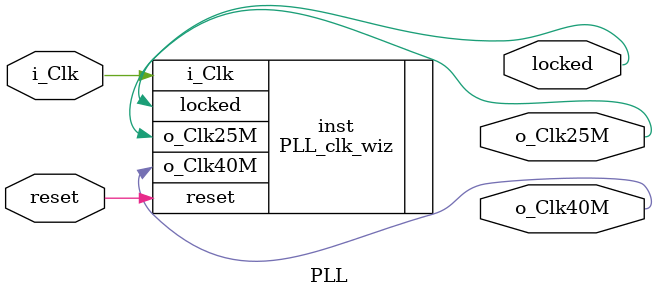
<source format=v>


`timescale 1ps/1ps

(* CORE_GENERATION_INFO = "PLL,clk_wiz_v6_0_12_0_0,{component_name=PLL,use_phase_alignment=true,use_min_o_jitter=false,use_max_i_jitter=false,use_dyn_phase_shift=false,use_inclk_switchover=false,use_dyn_reconfig=false,enable_axi=0,feedback_source=FDBK_AUTO,PRIMITIVE=PLL,num_out_clk=2,clkin1_period=8.000,clkin2_period=10.0,use_power_down=false,use_reset=true,use_locked=true,use_inclk_stopped=false,feedback_type=SINGLE,CLOCK_MGR_TYPE=NA,manual_override=false}" *)

module PLL 
 (
  // Clock out ports
  output        o_Clk25M,
  output        o_Clk40M,
  // Status and control signals
  input         reset,
  output        locked,
 // Clock in ports
  input         i_Clk
 );

  PLL_clk_wiz inst
  (
  // Clock out ports  
  .o_Clk25M(o_Clk25M),
  .o_Clk40M(o_Clk40M),
  // Status and control signals               
  .reset(reset), 
  .locked(locked),
 // Clock in ports
  .i_Clk(i_Clk)
  );

endmodule

</source>
